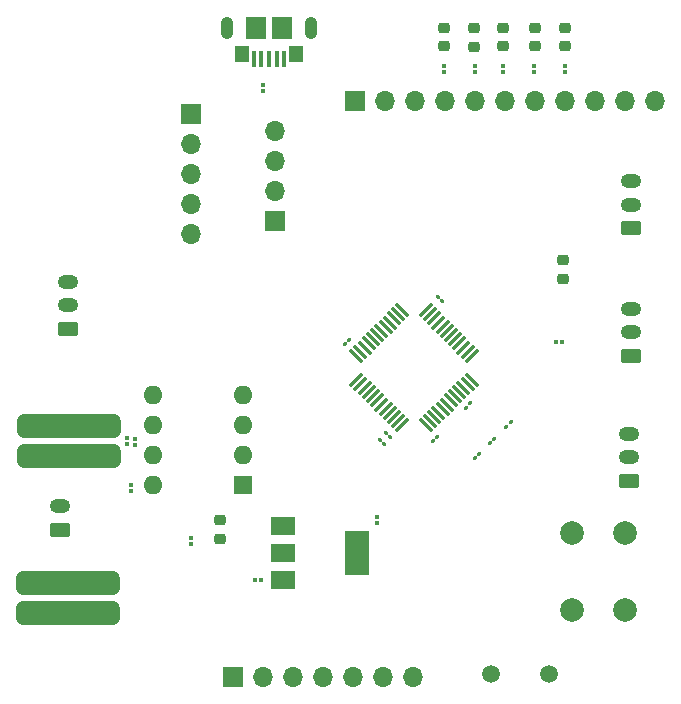
<source format=gbr>
%TF.GenerationSoftware,KiCad,Pcbnew,7.0.10*%
%TF.CreationDate,2024-07-04T11:23:38+05:30*%
%TF.ProjectId,Drive_Node,44726976-655f-44e6-9f64-652e6b696361,rev?*%
%TF.SameCoordinates,Original*%
%TF.FileFunction,Soldermask,Top*%
%TF.FilePolarity,Negative*%
%FSLAX46Y46*%
G04 Gerber Fmt 4.6, Leading zero omitted, Abs format (unit mm)*
G04 Created by KiCad (PCBNEW 7.0.10) date 2024-07-04 11:23:38*
%MOMM*%
%LPD*%
G01*
G04 APERTURE LIST*
G04 Aperture macros list*
%AMRoundRect*
0 Rectangle with rounded corners*
0 $1 Rounding radius*
0 $2 $3 $4 $5 $6 $7 $8 $9 X,Y pos of 4 corners*
0 Add a 4 corners polygon primitive as box body*
4,1,4,$2,$3,$4,$5,$6,$7,$8,$9,$2,$3,0*
0 Add four circle primitives for the rounded corners*
1,1,$1+$1,$2,$3*
1,1,$1+$1,$4,$5*
1,1,$1+$1,$6,$7*
1,1,$1+$1,$8,$9*
0 Add four rect primitives between the rounded corners*
20,1,$1+$1,$2,$3,$4,$5,0*
20,1,$1+$1,$4,$5,$6,$7,0*
20,1,$1+$1,$6,$7,$8,$9,0*
20,1,$1+$1,$8,$9,$2,$3,0*%
G04 Aperture macros list end*
%ADD10RoundRect,0.075000X0.075000X-0.125000X0.075000X0.125000X-0.075000X0.125000X-0.075000X-0.125000X0*%
%ADD11RoundRect,0.075000X0.035355X0.141421X-0.141421X-0.035355X-0.035355X-0.141421X0.141421X0.035355X0*%
%ADD12RoundRect,0.075000X0.141421X-0.035355X-0.035355X0.141421X-0.141421X0.035355X0.035355X-0.141421X0*%
%ADD13RoundRect,0.075000X-0.035355X-0.141421X0.141421X0.035355X0.035355X0.141421X-0.141421X-0.035355X0*%
%ADD14RoundRect,0.075000X-0.125000X-0.075000X0.125000X-0.075000X0.125000X0.075000X-0.125000X0.075000X0*%
%ADD15RoundRect,0.075000X-0.141421X0.035355X0.035355X-0.141421X0.141421X-0.035355X-0.035355X0.141421X0*%
%ADD16RoundRect,0.218750X-0.256250X0.218750X-0.256250X-0.218750X0.256250X-0.218750X0.256250X0.218750X0*%
%ADD17RoundRect,0.500000X3.881500X0.500000X-3.881500X0.500000X-3.881500X-0.500000X3.881500X-0.500000X0*%
%ADD18R,1.700000X1.700000*%
%ADD19O,1.700000X1.700000*%
%ADD20R,0.400000X1.400000*%
%ADD21O,1.050000X1.900000*%
%ADD22R,1.150000X1.450000*%
%ADD23R,1.750000X1.900000*%
%ADD24RoundRect,0.250000X0.625000X-0.350000X0.625000X0.350000X-0.625000X0.350000X-0.625000X-0.350000X0*%
%ADD25O,1.750000X1.200000*%
%ADD26RoundRect,0.075000X0.521491X-0.415425X-0.415425X0.521491X-0.521491X0.415425X0.415425X-0.521491X0*%
%ADD27RoundRect,0.075000X0.521491X0.415425X0.415425X0.521491X-0.521491X-0.415425X-0.415425X-0.521491X0*%
%ADD28R,2.000000X1.500000*%
%ADD29R,2.000000X3.800000*%
%ADD30C,2.000000*%
%ADD31C,1.500000*%
%ADD32R,1.600000X1.600000*%
%ADD33O,1.600000X1.600000*%
G04 APERTURE END LIST*
D10*
%TO.C,C1*%
X121846446Y-87549999D03*
X121846446Y-87049999D03*
%TD*%
D11*
%TO.C,C2*%
X154323223Y-85723223D03*
X153969669Y-86076777D03*
%TD*%
D12*
%TO.C,C3*%
X143617677Y-87571231D03*
X143264123Y-87217677D03*
%TD*%
D13*
%TO.C,C4*%
X151269670Y-88776776D03*
X151623224Y-88423222D03*
%TD*%
D11*
%TO.C,C5*%
X150923223Y-84123223D03*
X150569669Y-84476777D03*
%TD*%
%TO.C,C6*%
X152923223Y-87123223D03*
X152569669Y-87476777D03*
%TD*%
D13*
%TO.C,C7*%
X140269669Y-79076776D03*
X140623223Y-78723222D03*
%TD*%
D12*
%TO.C,C8*%
X144123223Y-86976776D03*
X143769669Y-86623222D03*
%TD*%
D11*
%TO.C,C9*%
X148100000Y-86946446D03*
X147746446Y-87300000D03*
%TD*%
D14*
%TO.C,C10*%
X132646446Y-99099999D03*
X133146446Y-99099999D03*
%TD*%
D10*
%TO.C,C11*%
X143046447Y-94225000D03*
X143046447Y-93725000D03*
%TD*%
D15*
%TO.C,C12*%
X148175216Y-75128769D03*
X148528770Y-75482323D03*
%TD*%
D16*
%TO.C,D1*%
X129746446Y-94000000D03*
X129746446Y-95575000D03*
%TD*%
%TO.C,D3*%
X158946446Y-52312500D03*
X158946446Y-53887500D03*
%TD*%
%TO.C,D4*%
X156346446Y-52324999D03*
X156346446Y-53899999D03*
%TD*%
%TO.C,D5*%
X153646446Y-52325000D03*
X153646446Y-53900000D03*
%TD*%
%TO.C,D6*%
X151246446Y-53912500D03*
X151246446Y-52337500D03*
%TD*%
%TO.C,D7*%
X158746446Y-72012500D03*
X158746446Y-73587500D03*
%TD*%
%TO.C,D8*%
X148646446Y-53900000D03*
X148646446Y-52325000D03*
%TD*%
D10*
%TO.C,R1*%
X133346446Y-57650000D03*
X133346446Y-57150000D03*
%TD*%
%TO.C,R2*%
X122146446Y-91500000D03*
X122146446Y-91000000D03*
%TD*%
%TO.C,R3*%
X127246446Y-96000000D03*
X127246446Y-95500000D03*
%TD*%
%TO.C,R4*%
X122546446Y-87599999D03*
X122546446Y-87099999D03*
%TD*%
D14*
%TO.C,R5*%
X158146446Y-78900000D03*
X158646446Y-78900000D03*
%TD*%
D10*
%TO.C,R6*%
X158906446Y-56035000D03*
X158906446Y-55535000D03*
%TD*%
%TO.C,R7*%
X156306446Y-56034999D03*
X156306446Y-55534999D03*
%TD*%
%TO.C,R8*%
X153706446Y-55560000D03*
X153706446Y-56060000D03*
%TD*%
%TO.C,R9*%
X151306446Y-55559999D03*
X151306446Y-56059999D03*
%TD*%
%TO.C,R10*%
X148706446Y-56035000D03*
X148706446Y-55535000D03*
%TD*%
D17*
%TO.C,J12*%
X116846446Y-101900000D03*
X116846446Y-99360000D03*
%TD*%
D18*
%TO.C,J15*%
X127246446Y-59600000D03*
D19*
X127246446Y-62140000D03*
X127246446Y-64680000D03*
X127246446Y-67220000D03*
X127246446Y-69760000D03*
%TD*%
D18*
%TO.C,J2*%
X134346447Y-68699999D03*
D19*
X134346447Y-66159999D03*
X134346447Y-63619999D03*
X134346447Y-61079999D03*
%TD*%
D20*
%TO.C,J13*%
X135171446Y-54950000D03*
X134521446Y-54950000D03*
X133871446Y-54950000D03*
X133221446Y-54950000D03*
X132571446Y-54950000D03*
D21*
X137446446Y-52300000D03*
D22*
X136191446Y-54530000D03*
D23*
X134996446Y-52300000D03*
X132746446Y-52300000D03*
D22*
X131551446Y-54530000D03*
D21*
X130296446Y-52300000D03*
%TD*%
D18*
%TO.C,J8*%
X130821446Y-107300000D03*
D19*
X133361446Y-107300000D03*
X135901446Y-107300000D03*
X138441446Y-107300000D03*
X140981446Y-107300000D03*
X143521446Y-107300000D03*
X146061446Y-107300000D03*
%TD*%
D17*
%TO.C,J1*%
X116946446Y-88540000D03*
X116946446Y-86000000D03*
%TD*%
D24*
%TO.C,J6*%
X164546446Y-80100000D03*
D25*
X164546446Y-78100000D03*
X164546446Y-76100000D03*
%TD*%
D26*
%TO.C,U1*%
X147145234Y-85987876D03*
X147498788Y-85634322D03*
X147852341Y-85280769D03*
X148205895Y-84927215D03*
X148559448Y-84573662D03*
X148913001Y-84220109D03*
X149266555Y-83866555D03*
X149620108Y-83513002D03*
X149973661Y-83159449D03*
X150327215Y-82805895D03*
X150680768Y-82452342D03*
X151034322Y-82098788D03*
D27*
X151034322Y-80101212D03*
X150680768Y-79747658D03*
X150327215Y-79394105D03*
X149973661Y-79040551D03*
X149620108Y-78686998D03*
X149266555Y-78333445D03*
X148913001Y-77979891D03*
X148559448Y-77626338D03*
X148205895Y-77272785D03*
X147852341Y-76919231D03*
X147498788Y-76565678D03*
X147145234Y-76212124D03*
D26*
X145147658Y-76212124D03*
X144794104Y-76565678D03*
X144440551Y-76919231D03*
X144086997Y-77272785D03*
X143733444Y-77626338D03*
X143379891Y-77979891D03*
X143026337Y-78333445D03*
X142672784Y-78686998D03*
X142319231Y-79040551D03*
X141965677Y-79394105D03*
X141612124Y-79747658D03*
X141258570Y-80101212D03*
D27*
X141258570Y-82098788D03*
X141612124Y-82452342D03*
X141965677Y-82805895D03*
X142319231Y-83159449D03*
X142672784Y-83513002D03*
X143026337Y-83866555D03*
X143379891Y-84220109D03*
X143733444Y-84573662D03*
X144086997Y-84927215D03*
X144440551Y-85280769D03*
X144794104Y-85634322D03*
X145147658Y-85987876D03*
%TD*%
D28*
%TO.C,U2*%
X135046446Y-94499999D03*
X135046446Y-96799999D03*
D29*
X141346446Y-96799999D03*
D28*
X135046446Y-99099999D03*
%TD*%
D18*
%TO.C,J14*%
X141166446Y-58500000D03*
D19*
X143706446Y-58500000D03*
X146246446Y-58500000D03*
X148786446Y-58500000D03*
X151326446Y-58500000D03*
X153866446Y-58500000D03*
X156406446Y-58500000D03*
X158946446Y-58500000D03*
X161486446Y-58500000D03*
X164026446Y-58500000D03*
X166566446Y-58500000D03*
%TD*%
D24*
%TO.C,J3*%
X116846446Y-77800000D03*
D25*
X116846446Y-75800000D03*
X116846446Y-73800000D03*
%TD*%
D30*
%TO.C,SW1*%
X164046446Y-95099999D03*
X164046446Y-101599999D03*
X159546446Y-95099999D03*
X159546446Y-101599999D03*
%TD*%
D31*
%TO.C,Y1*%
X152696446Y-107000000D03*
X157576446Y-107000000D03*
%TD*%
D32*
%TO.C,U3*%
X131646446Y-91000000D03*
D33*
X131646446Y-88460000D03*
X131646446Y-85920000D03*
X131646446Y-83380000D03*
X124026446Y-83380000D03*
X124026446Y-85920000D03*
X124026446Y-88460000D03*
X124026446Y-91000000D03*
%TD*%
D24*
%TO.C,J5*%
X164346446Y-90699999D03*
D25*
X164346446Y-88699999D03*
X164346446Y-86699999D03*
%TD*%
D24*
%TO.C,J4*%
X116146446Y-94799999D03*
D25*
X116146446Y-92799999D03*
%TD*%
D24*
%TO.C,J7*%
X164546446Y-69300000D03*
D25*
X164546446Y-67300000D03*
X164546446Y-65300000D03*
%TD*%
M02*

</source>
